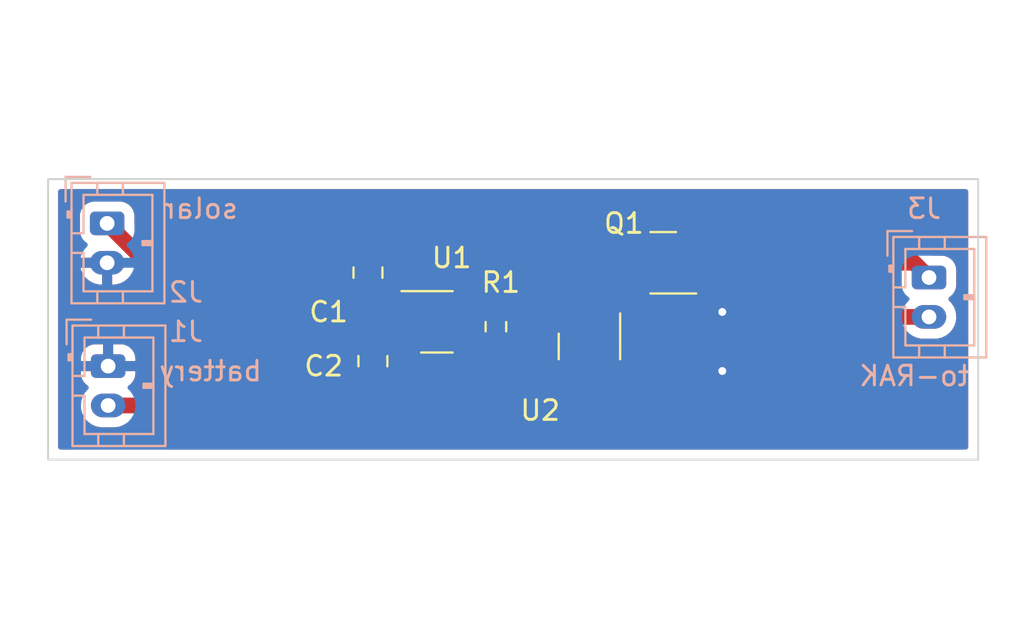
<source format=kicad_pcb>
(kicad_pcb (version 20211014) (generator pcbnew)
  (layers (0 "F.Cu" signal) (31 "B.Cu" signal) (34 "B.Paste" user) (35 "F.Paste" user) (36 "B.SilkS" user "B.Silkscreen") (37 "F.SilkS" user "F.Silkscreen") (38 "B.Mask" user) (39 "F.Mask" user) (44 "Edge.Cuts" user))
  (net 0 "")
  (net 1 "Net-(C1-Pad1)")
  (net 2 "GND")
  (net 3 "Net-(C2-Pad1)")
  (net 4 "Net-(J3-Pad1)")
  (net 5 "Net-(Q1-Pad1)")
  (footprint "Capacitor_SMD:C_0805_2012Metric" (layer "F.Cu") (at 79.75 66 -90)
    (fp_text reference "C1" (at 2 2) (layer "F.SilkS"))
    (fp_text value "1uF")
    (fp_line (start -0.261252 -0.735) (end 0.261252 -0.735) (layer "F.SilkS") (width 0.12))
    (fp_line (start -0.261252 0.735) (end 0.261252 0.735) (layer "F.SilkS") (width 0.12))
    (pad "1" smd roundrect (at -0.95 0 270) (size 1 1.45) (layers "F.Cu" "F.Paste" "F.Mask") (net 1 "Net-(C1-Pad1)"))
    (pad "2" smd roundrect (at 0.95 0 270) (size 1 1.45) (layers "F.Cu" "F.Paste" "F.Mask") (net 2 "GND"))
  )
  (footprint "Capacitor_SMD:C_0805_2012Metric" (layer "F.Cu") (at 80 70.5 90)
    (fp_text reference "C2" (at -0.25 -2.5 180) (layer "F.SilkS"))
    (fp_text value "1uF")
    (fp_line (start -0.261252 0.735) (end 0.261252 0.735) (layer "F.SilkS") (width 0.12))
    (fp_line (start -0.261252 -0.735) (end 0.261252 -0.735) (layer "F.SilkS") (width 0.12))
    (pad "1" smd roundrect (at -0.95 0 90) (size 1 1.45) (layers "F.Cu" "F.Paste" "F.Mask") (net 3 "Net-(C2-Pad1)"))
    (pad "2" smd roundrect (at 0.95 0 90) (size 1 1.45) (layers "F.Cu" "F.Paste" "F.Mask") (net 2 "GND"))
  )
  (footprint "Package_TO_SOT_SMD:SOT-23" (layer "F.Cu") (at 94.75 65.5 180)
    (fp_text reference "Q1" (at 2 2 180) (layer "F.SilkS"))
    (fp_text value "BSS123")
    (fp_line (start 0 1.56) (end 0.65 1.56) (layer "F.SilkS") (width 0.12))
    (fp_line (start 0 1.56) (end -0.65 1.56) (layer "F.SilkS") (width 0.12))
    (fp_line (start 0 -1.56) (end -1.675 -1.56) (layer "F.SilkS") (width 0.12))
    (fp_line (start 0 -1.56) (end 0.65 -1.56) (layer "F.SilkS") (width 0.12))
    (pad "1" smd roundrect (at -0.9375 -0.95 180) (size 1.475 0.6) (layers "F.Cu" "F.Paste" "F.Mask") (net 5 "Net-(Q1-Pad1)"))
    (pad "2" smd roundrect (at -0.9375 0.95 180) (size 1.475 0.6) (layers "F.Cu" "F.Paste" "F.Mask") (net 2 "GND"))
    (pad "3" smd roundrect (at 0.9375 0 180) (size 1.475 0.6) (layers "F.Cu" "F.Paste" "F.Mask") (net 4 "Net-(J3-Pad1)"))
  )
  (footprint "Package_TO_SOT_SMD:SOT-23" (layer "F.Cu") (at 91 69.75 -90)
    (fp_text reference "U2" (at 3.25 2.5 180) (layer "F.SilkS"))
    (fp_text value "MCP120-xxxxTT")
    (fp_line (start 0 -1.56) (end -1.675 -1.56) (layer "F.SilkS") (width 0.12))
    (fp_line (start 0 -1.56) (end 0.65 -1.56) (layer "F.SilkS") (width 0.12))
    (fp_line (start 0 1.56) (end 0.65 1.56) (layer "F.SilkS") (width 0.12))
    (fp_line (start 0 1.56) (end -0.65 1.56) (layer "F.SilkS") (width 0.12))
    (pad "1" smd roundrect (at -0.9375 -0.95 270) (size 1.475 0.6) (layers "F.Cu" "F.Paste" "F.Mask") (net 5 "Net-(Q1-Pad1)"))
    (pad "2" smd roundrect (at -0.9375 0.95 270) (size 1.475 0.6) (layers "F.Cu" "F.Paste" "F.Mask") (net 3 "Net-(C2-Pad1)"))
    (pad "3" smd roundrect (at 0.9375 0 270) (size 1.475 0.6) (layers "F.Cu" "F.Paste" "F.Mask") (net 2 "GND"))
  )
  (footprint "Resistor_SMD:R_0603_1608Metric" (layer "F.Cu") (at 86.25 68.75 90)
    (fp_text reference "R1" (at 2.25 0.25 180) (layer "F.SilkS"))
    (fp_text value "270")
    (fp_line (start -0.237258 -0.5225) (end 0.237258 -0.5225) (layer "F.SilkS") (width 0.12))
    (fp_line (start -0.237258 0.5225) (end 0.237258 0.5225) (layer "F.SilkS") (width 0.12))
    (pad "1" smd roundrect (at -0.825 0 90) (size 0.8 0.95) (layers "F.Cu" "F.Paste" "F.Mask") (net 3 "Net-(C2-Pad1)"))
    (pad "2" smd roundrect (at 0.825 0 90) (size 0.8 0.95) (layers "F.Cu" "F.Paste" "F.Mask") (net 5 "Net-(Q1-Pad1)"))
  )
  (footprint "Package_TO_SOT_SMD:SOT-23-5" (layer "F.Cu") (at 83.25 68.5)
    (fp_text reference "U1" (at 0.75 -3.25) (layer "F.SilkS"))
    (fp_text value "MCP73811T-420I-OT")
    (fp_line (start 0 -1.56) (end 0.8 -1.56) (layer "F.SilkS") (width 0.12))
    (fp_line (start 0 1.56) (end 0.8 1.56) (layer "F.SilkS") (width 0.12))
    (fp_line (start 0 1.56) (end -0.8 1.56) (layer "F.SilkS") (width 0.12))
    (fp_line (start 0 -1.56) (end -1.8 -1.56) (layer "F.SilkS") (width 0.12))
    (pad "1" smd roundrect (at -1.1375 -0.95) (size 1.325 0.6) (layers "F.Cu" "F.Paste" "F.Mask") (net 1 "Net-(C1-Pad1)"))
    (pad "2" smd roundrect (at -1.1375 0) (size 1.325 0.6) (layers "F.Cu" "F.Paste" "F.Mask") (net 2 "GND"))
    (pad "3" smd roundrect (at -1.1375 0.95) (size 1.325 0.6) (layers "F.Cu" "F.Paste" "F.Mask") (net 3 "Net-(C2-Pad1)"))
    (pad "4" smd roundrect (at 1.1375 0.95) (size 1.325 0.6) (layers "F.Cu" "F.Paste" "F.Mask") (net 1 "Net-(C1-Pad1)"))
    (pad "5" smd roundrect (at 1.1375 -0.95) (size 1.325 0.6) (layers "F.Cu" "F.Paste" "F.Mask") (net 1 "Net-(C1-Pad1)"))
  )
  (footprint "Connector_JST:JST_PH_B2B-PH-K_1x02_P2.00mm_Vertical" (layer "B.Cu") (at 108.25 66.25 -90)
    (fp_text reference "J3" (at -3.5 0.25) (layer "B.SilkS") (effects (justify mirror)))
    (fp_text value "Conn_01x02")
    (fp_line (start 0.9 -1.8) (end 1.1 -1.8) (layer "B.SilkS") (width 0.12))
    (fp_line (start 1.1 -1.8) (end 1.1 -2.3) (layer "B.SilkS") (width 0.12))
    (fp_line (start 4.06 0.5) (end 3.45 0.5) (layer "B.SilkS") (width 0.12))
    (fp_line (start 1.5 1.2) (end 1.5 1.81) (layer "B.SilkS") (width 0.12))
    (fp_line (start -1.45 1.2) (end -1.45 -2.3) (layer "B.SilkS") (width 0.12))
    (fp_line (start 0.5 1.2) (end -1.45 1.2) (layer "B.SilkS") (width 0.12))
    (fp_line (start -2.06 0.5) (end -1.45 0.5) (layer "B.SilkS") (width 0.12))
    (fp_line (start -1.45 -2.3) (end 3.45 -2.3) (layer "B.SilkS") (width 0.12))
    (fp_line (start -2.06 -2.91) (end 4.06 -2.91) (layer "B.SilkS") (width 0.12))
    (fp_line (start 3.45 -2.3) (end 3.45 1.2) (layer "B.SilkS") (width 0.12))
    (fp_line (start -0.3 1.81) (end -0.3 2.01) (layer "B.SilkS") (width 0.12))
    (fp_line (start -2.06 1.81) (end -2.06 -2.91) (layer "B.SilkS") (width 0.12))
    (fp_line (start 4.06 -2.91) (end 4.06 1.81) (layer "B.SilkS") (width 0.12))
    (fp_line (start 4.06 -0.8) (end 3.45 -0.8) (layer "B.SilkS") (width 0.12))
    (fp_line (start -0.3 1.91) (end -0.6 1.91) (layer "B.SilkS") (width 0.12))
    (fp_line (start -2.36 2.11) (end -2.36 0.86) (layer "B.SilkS") (width 0.12))
    (fp_line (start 0.5 1.81) (end 0.5 1.2) (layer "B.SilkS") (width 0.12))
    (fp_line (start 0.9 -2.3) (end 0.9 -1.8) (layer "B.SilkS") (width 0.12))
    (fp_line (start 3.45 1.2) (end 1.5 1.2) (layer "B.SilkS") (width 0.12))
    (fp_line (start -1.11 2.11) (end -2.36 2.11) (layer "B.SilkS") (width 0.12))
    (fp_line (start -2.06 -0.8) (end -1.45 -0.8) (layer "B.SilkS") (width 0.12))
    (fp_line (start -0.6 2.01) (end -0.6 1.81) (layer "B.SilkS") (width 0.12))
    (fp_line (start 1 -2.3) (end 1 -1.8) (layer "B.SilkS") (width 0.12))
    (fp_line (start 4.06 1.81) (end -2.06 1.81) (layer "B.SilkS") (width 0.12))
    (fp_line (start -0.3 2.01) (end -0.6 2.01) (layer "B.SilkS") (width 0.12))
    (pad "1" thru_hole roundrect (at 0 0 270) (size 1.2 1.75) (drill 0.75) (layers *.Cu *.Mask) (roundrect_rratio 0.2083333333) (net 4 "Net-(J3-Pad1)"))
    (pad "2" thru_hole oval (at 2 0 270) (size 1.2 1.75) (drill 0.75) (layers *.Cu *.Mask) (net 3 "Net-(C2-Pad1)"))
  )
  (footprint "Connector_JST:JST_PH_B2B-PH-K_1x02_P2.00mm_Vertical" (layer "B.Cu") (at 66.55 70.75 -90)
    (fp_text reference "J1" (at -1.75 -3.95) (layer "B.SilkS") (effects (justify mirror)))
    (fp_text value "Conn_01x02")
    (fp_line (start 3.45 -2.3) (end 3.45 1.2) (layer "B.SilkS") (width 0.12))
    (fp_line (start 3.45 1.2) (end 1.5 1.2) (layer "B.SilkS") (width 0.12))
    (fp_line (start -2.06 0.5) (end -1.45 0.5) (layer "B.SilkS") (width 0.12))
    (fp_line (start -1.45 -2.3) (end 3.45 -2.3) (layer "B.SilkS") (width 0.12))
    (fp_line (start 4.06 1.81) (end -2.06 1.81) (layer "B.SilkS") (width 0.12))
    (fp_line (start -2.06 -2.91) (end 4.06 -2.91) (layer "B.SilkS") (width 0.12))
    (fp_line (start -0.3 1.81) (end -0.3 2.01) (layer "B.SilkS") (width 0.12))
    (fp_line (start -0.3 2.01) (end -0.6 2.01) (layer "B.SilkS") (width 0.12))
    (fp_line (start 4.06 0.5) (end 3.45 0.5) (layer "B.SilkS") (width 0.12))
    (fp_line (start -2.06 1.81) (end -2.06 -2.91) (layer "B.SilkS") (width 0.12))
    (fp_line (start 0.5 1.2) (end -1.45 1.2) (layer "B.SilkS") (width 0.12))
    (fp_line (start 1.1 -1.8) (end 1.1 -2.3) (layer "B.SilkS") (width 0.12))
    (fp_line (start 1 -2.3) (end 1 -1.8) (layer "B.SilkS") (width 0.12))
    (fp_line (start -2.06 -0.8) (end -1.45 -0.8) (layer "B.SilkS") (width 0.12))
    (fp_line (start 0.5 1.81) (end 0.5 1.2) (layer "B.SilkS") (width 0.12))
    (fp_line (start 0.9 -2.3) (end 0.9 -1.8) (layer "B.SilkS") (width 0.12))
    (fp_line (start -0.3 1.91) (end -0.6 1.91) (layer "B.SilkS") (width 0.12))
    (fp_line (start 4.06 -2.91) (end 4.06 1.81) (layer "B.SilkS") (width 0.12))
    (fp_line (start -1.11 2.11) (end -2.36 2.11) (layer "B.SilkS") (width 0.12))
    (fp_line (start -2.36 2.11) (end -2.36 0.86) (layer "B.SilkS") (width 0.12))
    (fp_line (start -1.45 1.2) (end -1.45 -2.3) (layer "B.SilkS") (width 0.12))
    (fp_line (start 1.5 1.2) (end 1.5 1.81) (layer "B.SilkS") (width 0.12))
    (fp_line (start -0.6 2.01) (end -0.6 1.81) (layer "B.SilkS") (width 0.12))
    (fp_line (start 0.9 -1.8) (end 1.1 -1.8) (layer "B.SilkS") (width 0.12))
    (fp_line (start 4.06 -0.8) (end 3.45 -0.8) (layer "B.SilkS") (width 0.12))
    (pad "1" thru_hole roundrect (at 0 0 270) (size 1.2 1.75) (drill 0.75) (layers *.Cu *.Mask) (roundrect_rratio 0.2083333333) (net 2 "GND"))
    (pad "2" thru_hole oval (at 2 0 270) (size 1.2 1.75) (drill 0.75) (layers *.Cu *.Mask) (net 3 "Net-(C2-Pad1)"))
  )
  (footprint "Connector_JST:JST_PH_B2B-PH-K_1x02_P2.00mm_Vertical" (layer "B.Cu") (at 66.5 63.5 -90)
    (fp_text reference "J2" (at 3.5 -4 180) (layer "B.SilkS") (effects (justify mirror)))
    (fp_text value "Conn_01x02")
    (fp_line (start 4.06 1.81) (end -2.06 1.81) (layer "B.SilkS") (width 0.12))
    (fp_line (start 0.5 1.2) (end -1.45 1.2) (layer "B.SilkS") (width 0.12))
    (fp_line (start -1.45 -2.3) (end 3.45 -2.3) (layer "B.SilkS") (width 0.12))
    (fp_line (start 3.45 -2.3) (end 3.45 1.2) (layer "B.SilkS") (width 0.12))
    (fp_line (start -1.45 1.2) (end -1.45 -2.3) (layer "B.SilkS") (width 0.12))
    (fp_line (start -0.3 2.01) (end -0.6 2.01) (layer "B.SilkS") (width 0.12))
    (fp_line (start 0.9 -1.8) (end 1.1 -1.8) (layer "B.SilkS") (width 0.12))
    (fp_line (start 0.5 1.81) (end 0.5 1.2) (layer "B.SilkS") (width 0.12))
    (fp_line (start -2.36 2.11) (end -2.36 0.86) (layer "B.SilkS") (width 0.12))
    (fp_line (start -0.3 1.81) (end -0.3 2.01) (layer "B.SilkS") (width 0.12))
    (fp_line (start -2.06 0.5) (end -1.45 0.5) (layer "B.SilkS") (width 0.12))
    (fp_line (start 1 -2.3) (end 1 -1.8) (layer "B.SilkS") (width 0.12))
    (fp_line (start 1.5 1.2) (end 1.5 1.81) (layer "B.SilkS") (width 0.12))
    (fp_line (start -0.3 1.91) (end -0.6 1.91) (layer "B.SilkS") (width 0.12))
    (fp_line (start 4.06 -0.8) (end 3.45 -0.8) (layer "B.SilkS") (width 0.12))
    (fp_line (start 4.06 -2.91) (end 4.06 1.81) (layer "B.SilkS") (width 0.12))
    (fp_line (start -1.11 2.11) (end -2.36 2.11) (layer "B.SilkS") (width 0.12))
    (fp_line (start 0.9 -2.3) (end 0.9 -1.8) (layer "B.SilkS") (width 0.12))
    (fp_line (start -2.06 -2.91) (end 4.06 -2.91) (layer "B.SilkS") (width 0.12))
    (fp_line (start -0.6 2.01) (end -0.6 1.81) (layer "B.SilkS") (width 0.12))
    (fp_line (start 4.06 0.5) (end 3.45 0.5) (layer "B.SilkS") (width 0.12))
    (fp_line (start 1.1 -1.8) (end 1.1 -2.3) (layer "B.SilkS") (width 0.12))
    (fp_line (start -2.06 1.81) (end -2.06 -2.91) (layer "B.SilkS") (width 0.12))
    (fp_line (start 3.45 1.2) (end 1.5 1.2) (layer "B.SilkS") (width 0.12))
    (fp_line (start -2.06 -0.8) (end -1.45 -0.8) (layer "B.SilkS") (width 0.12))
    (pad "1" thru_hole roundrect (at 0 0 270) (size 1.2 1.75) (drill 0.75) (layers *.Cu *.Mask) (roundrect_rratio 0.2083333333) (net 1 "Net-(C1-Pad1)"))
    (pad "2" thru_hole oval (at 2 0 270) (size 1.2 1.75) (drill 0.75) (layers *.Cu *.Mask) (net 2 "GND"))
  )
  (gr_rect (start 63.5 61.25) (end 110.75 75.5) (layer "Edge.Cuts") (width 0.1) (fill none))
  (gr_text "solar" (at 71.25 62.75) (layer "B.SilkS") (effects (font (size 1 1)) (justify mirror)))
  (gr_text "battery" (at 71.75 71) (layer "B.SilkS") (effects (font (size 1 1)) (justify mirror)))
  (gr_text "to-RAK" (at 107.5 71.25) (layer "B.SilkS") (effects (font (size 1 1)) (justify mirror)))
  (segment (start 82.75 66.75) (end 84 66.75) (width 0.8) (layer "F.Cu") (net 1))
  (segment (start 84 66.75) (end 84.5 67.25) (width 0.8) (layer "F.Cu") (net 1))
  (segment (start 84.3875 67.55) (end 84.3875 69.45) (width 0.8) (layer "F.Cu") (net 1))
  (segment (start 84.5 67.4375) (end 84.3875 67.55) (width 0.8) (layer "F.Cu") (net 1))
  (segment (start 82.1125 67.3875) (end 82.1125 67.55) (width 0.8) (layer "F.Cu") (net 1))
  (segment (start 79.75 65.05) (end 82 65.25) (width 0.8) (layer "F.Cu") (net 1))
  (segment (start 68.05 65.05) (end 66.5 63.5) (width 0.8) (layer "F.Cu") (net 1))
  (segment (start 82 66) (end 82 65.25) (width 0.8) (layer "F.Cu") (net 1))
  (segment (start 82.75 66.75) (end 82.1125 67.3875) (width 0.8) (layer "F.Cu") (net 1))
  (segment (start 79.75 65.05) (end 68.05 65.05) (width 0.8) (layer "F.Cu") (net 1))
  (segment (start 82.75 66.75) (end 82 66) (width 0.8) (layer "F.Cu") (net 1))
  (segment (start 84.5 67.25) (end 84.5 67.4375) (width 0.8) (layer "F.Cu") (net 1))
  (segment (start 83.5 71.25) (end 84.575 71.25) (width 0.8) (layer "F.Cu") (net 3))
  (segment (start 89.2 68.8125) (end 88.3125 69.7) (width 0.8) (layer "F.Cu") (net 3))
  (segment (start 78.7 72.75) (end 66.55 72.75) (width 0.8) (layer "F.Cu") (net 3))
  (segment (start 82 69.75) (end 83.5 71.25) (width 0.8) (layer "F.Cu") (net 3))
  (segment (start 88.1875 69.575) (end 88.3125 69.7) (width 0.8) (layer "F.Cu") (net 3))
  (segment (start 82 70.75) (end 82 69.75) (width 0.8) (layer "F.Cu") (net 3))
  (segment (start 97.9625 68.25) (end 97.75 68.0375) (width 0.8) (layer "F.Cu") (net 3))
  (segment (start 90.05 68.8125) (end 89.2 68.8125) (width 0.8) (layer "F.Cu") (net 3))
  (segment (start 88.3125 69.7) (end 88.3125 69.79816) (width 0.8) (layer "F.Cu") (net 3))
  (segment (start 90.53934 72.025) (end 96.6875 72.025) (width 0.8) (layer "F.Cu") (net 3))
  (segment (start 108.25 68.25) (end 97.9625 68.25) (width 0.8) (layer "F.Cu") (net 3))
  (segment (start 84.575 71.25) (end 86.25 69.575) (width 0.8) (layer "F.Cu") (net 3))
  (segment (start 86.25 69.575) (end 88.1875 69.575) (width 0.8) (layer "F.Cu") (net 3))
  (segment (start 80 71.45) (end 78.7 72.75) (width 0.8) (layer "F.Cu") (net 3))
  (segment (start 88.3125 69.79816) (end 90.53934 72.025) (width 0.8) (layer "F.Cu") (net 3))
  (segment (start 97.75 70.9625) (end 97.75 71) (width 0.8) (layer "F.Cu") (net 3))
  (segment (start 81.3 71.45) (end 82 70.75) (width 0.8) (layer "F.Cu") (net 3))
  (segment (start 80 71.45) (end 81.3 71.45) (width 0.8) (layer "F.Cu") (net 3))
  (segment (start 96.6875 72.025) (end 97.75 70.9625) (width 0.8) (layer "F.Cu") (net 3))
  (via (at 97.75 68) (size 0.8) (drill 0.4) (layers "F.Cu" "B.Cu") (net 3))
  (via (at 97.75 71) (size 0.8) (drill 0.4) (layers "F.Cu" "B.Cu") (net 3))
  (segment (start 97.75 71) (end 97.75 68) (width 0.8) (layer "B.Cu") (net 3))
  (segment (start 107.5 65.5) (end 108.25 66.25) (width 0.8) (layer "F.Cu") (net 4))
  (segment (start 93.8125 65.5) (end 107.5 65.5) (width 0.8) (layer "F.Cu") (net 4))
  (segment (start 88.3125 67.8) (end 90.0125 66.1) (width 0.5) (layer "F.Cu") (net 5))
  (segment (start 88.3125 67.8) (end 86.375 67.8) (width 0.5) (layer "F.Cu") (net 5))
  (segment (start 91.95 68.8125) (end 91.95 67.676472) (width 0.8) (layer "F.Cu") (net 5))
  (segment (start 92.826472 66.1) (end 93.176472 66.45) (width 0.5) (layer "F.Cu") (net 5))
  (segment (start 90.0125 66.1) (end 92.826472 66.1) (width 0.5) (layer "F.Cu") (net 5))
  (segment (start 91.95 67.676472) (end 93.176472 66.45) (width 0.8) (layer "F.Cu") (net 5))
  (segment (start 93.176472 66.45) (end 95.6875 66.45) (width 0.5) (layer "F.Cu") (net 5))
  (segment (start 86.375 67.8) (end 86.25 67.925) (width 0.5) (layer "F.Cu") (net 5))
  (zone (net 2) (net_name "GND") (layer "F.Cu") (connect_pads (clearance 0.508)) (min_thickness 0.254) (fill yes (thermal_gap 0.508) (thermal_bridge_width 0.508))
    (polygon (pts (xy 110.75 75) (xy 63.75 75) (xy 63.75 61.75) (xy 110.75 61.75)))
  )
  (zone (net 2) (net_name "GND") (layer "B.Cu") (connect_pads (clearance 0.508)) (min_thickness 0.254) (fill yes (thermal_gap 0.508) (thermal_bridge_width 0.508))
    (polygon (pts (xy 110.75 75) (xy 63.5 75) (xy 63.5 61.75) (xy 110.75 61.75)))
  )
)
</source>
